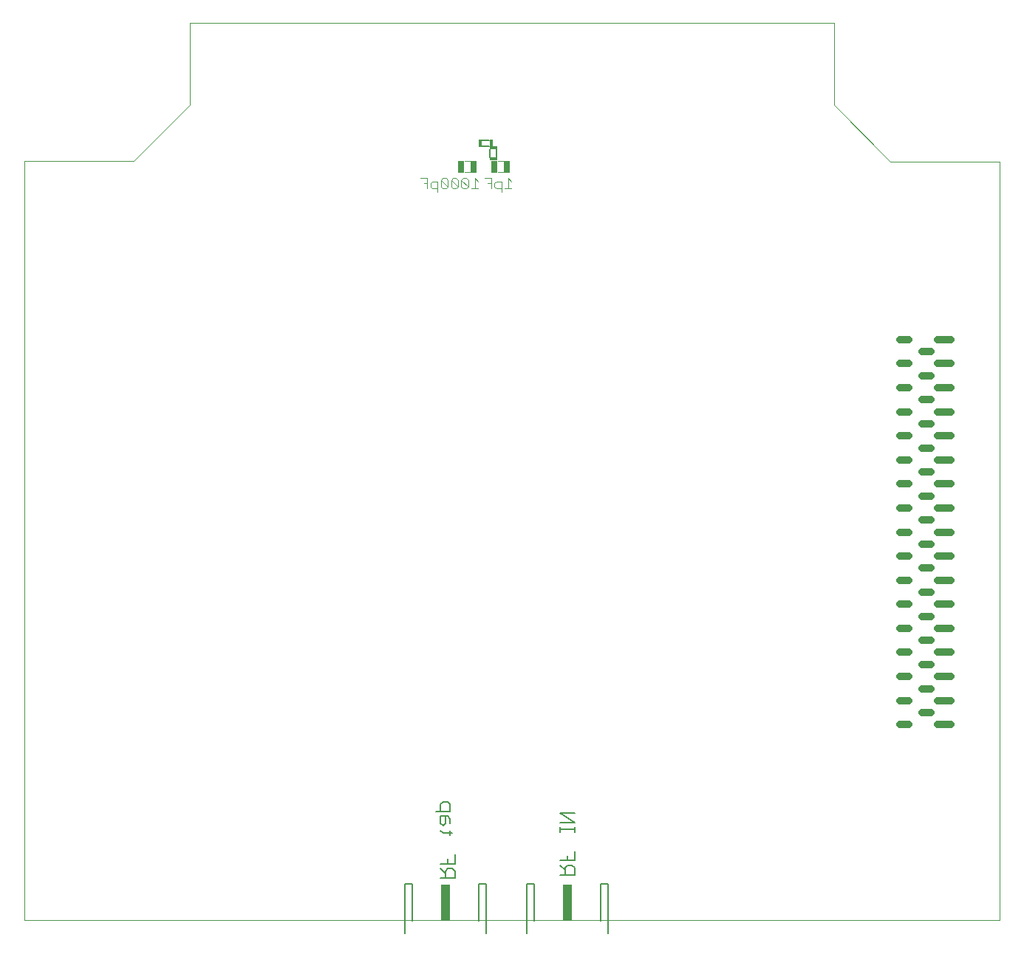
<source format=gbo>
G75*
%MOIN*%
%OFA0B0*%
%FSLAX24Y24*%
%IPPOS*%
%LPD*%
%AMOC8*
5,1,8,0,0,1.08239X$1,22.5*
%
%ADD10C,0.0000*%
%ADD11C,0.0080*%
%ADD12R,0.0394X0.1604*%
%ADD13C,0.0060*%
%ADD14C,0.0040*%
%ADD15R,0.0295X0.0571*%
%ADD16R,0.0340X0.0160*%
%ADD17R,0.0160X0.0340*%
%ADD18C,0.0320*%
D10*
X004180Y003851D02*
X004180Y038101D01*
X009105Y038101D01*
X011655Y040651D01*
X011655Y044351D01*
X040705Y044351D01*
X040705Y040626D01*
X043255Y038076D01*
X048180Y038076D01*
X048180Y003851D01*
X004180Y003851D01*
X020980Y003851D02*
X025380Y003851D01*
X026480Y003851D02*
X030880Y003851D01*
D11*
X030196Y003811D02*
X030196Y005465D01*
X030511Y005465D01*
X030511Y003240D01*
X027164Y003811D02*
X027164Y005465D01*
X026849Y005465D01*
X026849Y003240D01*
X025011Y003240D02*
X025011Y005465D01*
X024696Y005465D01*
X024696Y003811D01*
X021664Y003811D02*
X021664Y005465D01*
X021349Y005465D01*
X021349Y003240D01*
D12*
X023180Y004643D03*
X028680Y004643D03*
D13*
X028574Y005881D02*
X028574Y006201D01*
X028680Y006308D01*
X028894Y006308D01*
X029001Y006201D01*
X029001Y005881D01*
X028360Y005881D01*
X028574Y006094D02*
X028360Y006308D01*
X028360Y006525D02*
X029001Y006525D01*
X029001Y006952D01*
X028680Y006739D02*
X028680Y006525D01*
X028360Y007814D02*
X028360Y008028D01*
X028360Y007921D02*
X029001Y007921D01*
X029001Y007814D02*
X029001Y008028D01*
X029001Y008244D02*
X028360Y008671D01*
X029001Y008671D01*
X029001Y008244D02*
X028360Y008244D01*
X023601Y006802D02*
X023601Y006375D01*
X022960Y006375D01*
X022960Y006158D02*
X023174Y005944D01*
X023174Y006051D02*
X023174Y005731D01*
X022960Y005731D02*
X023601Y005731D01*
X023601Y006051D01*
X023494Y006158D01*
X023280Y006158D01*
X023174Y006051D01*
X023280Y006375D02*
X023280Y006589D01*
X023387Y007664D02*
X023387Y007878D01*
X023494Y007771D02*
X023067Y007771D01*
X022960Y007878D01*
X023067Y008094D02*
X022960Y008201D01*
X022960Y008521D01*
X023280Y008521D01*
X023387Y008414D01*
X023387Y008201D01*
X023174Y008201D02*
X023174Y008521D01*
X023387Y008739D02*
X022746Y008739D01*
X022960Y008739D02*
X022960Y009059D01*
X023067Y009166D01*
X023280Y009166D01*
X023387Y009059D01*
X023387Y008739D01*
X023174Y008201D02*
X023067Y008094D01*
X025190Y038281D02*
X025190Y038621D01*
X025150Y038760D02*
X024810Y038760D01*
X024810Y039041D02*
X025150Y039041D01*
X025470Y038621D02*
X025470Y038281D01*
D14*
X025530Y038110D02*
X025830Y038110D01*
X025820Y037591D02*
X025530Y037591D01*
X025239Y037331D02*
X024932Y037331D01*
X025086Y037101D02*
X025239Y037101D01*
X025393Y037101D02*
X025393Y036947D01*
X025469Y036871D01*
X025700Y036871D01*
X025853Y036871D02*
X026160Y036871D01*
X026007Y036871D02*
X026007Y037331D01*
X026160Y037178D01*
X025700Y037178D02*
X025469Y037178D01*
X025393Y037101D01*
X025239Y036871D02*
X025239Y037331D01*
X025700Y037178D02*
X025700Y036717D01*
X024660Y036871D02*
X024353Y036871D01*
X024507Y036871D02*
X024507Y037331D01*
X024660Y037178D01*
X024200Y037254D02*
X024123Y037331D01*
X023969Y037331D01*
X023893Y037254D01*
X024200Y036947D01*
X024123Y036871D01*
X023969Y036871D01*
X023893Y036947D01*
X023893Y037254D01*
X023739Y037254D02*
X023662Y037331D01*
X023509Y037331D01*
X023432Y037254D01*
X023739Y036947D01*
X023662Y036871D01*
X023509Y036871D01*
X023432Y036947D01*
X023432Y037254D01*
X023279Y037254D02*
X023202Y037331D01*
X023049Y037331D01*
X022972Y037254D01*
X023279Y036947D01*
X023202Y036871D01*
X023049Y036871D01*
X022972Y036947D01*
X022972Y037254D01*
X022818Y037178D02*
X022588Y037178D01*
X022512Y037101D01*
X022512Y036947D01*
X022588Y036871D01*
X022818Y036871D01*
X022818Y036717D02*
X022818Y037178D01*
X022358Y037101D02*
X022205Y037101D01*
X022358Y037331D02*
X022051Y037331D01*
X022358Y037331D02*
X022358Y036871D01*
X023279Y036947D02*
X023279Y037254D01*
X023739Y037254D02*
X023739Y036947D01*
X024200Y036947D02*
X024200Y037254D01*
X024320Y037591D02*
X024030Y037591D01*
X024030Y038110D02*
X024330Y038110D01*
D15*
X024462Y037851D03*
X023892Y037851D03*
X025392Y037851D03*
X025962Y037851D03*
D16*
X025330Y038201D03*
X025330Y038701D03*
D17*
X025230Y038901D03*
X024730Y038901D03*
D18*
X043680Y030041D02*
X044080Y030041D01*
X044680Y029501D02*
X045080Y029501D01*
X045380Y030041D02*
X045980Y030041D01*
X045980Y028961D02*
X045380Y028961D01*
X045080Y028411D02*
X044680Y028411D01*
X044080Y027871D02*
X043680Y027871D01*
X043680Y028961D02*
X044080Y028961D01*
X045380Y027871D02*
X045980Y027871D01*
X045080Y027331D02*
X044680Y027331D01*
X044080Y026781D02*
X043680Y026781D01*
X044680Y026241D02*
X045080Y026241D01*
X045380Y026781D02*
X045980Y026781D01*
X045980Y025701D02*
X045380Y025701D01*
X045080Y025151D02*
X044680Y025151D01*
X044080Y024611D02*
X043680Y024611D01*
X043680Y025701D02*
X044080Y025701D01*
X045380Y024611D02*
X045980Y024611D01*
X045080Y024071D02*
X044680Y024071D01*
X044080Y023521D02*
X043680Y023521D01*
X043680Y022441D02*
X044080Y022441D01*
X044680Y022981D02*
X045080Y022981D01*
X045370Y022441D02*
X045970Y022441D01*
X045080Y021891D02*
X044680Y021891D01*
X044080Y021351D02*
X043680Y021351D01*
X043680Y020261D02*
X044080Y020261D01*
X044680Y020801D02*
X045080Y020801D01*
X045380Y020261D02*
X045980Y020261D01*
X045080Y019721D02*
X044680Y019721D01*
X044080Y019181D02*
X043680Y019181D01*
X043680Y018091D02*
X044080Y018091D01*
X044680Y018631D02*
X045080Y018631D01*
X045380Y018091D02*
X045980Y018091D01*
X045080Y017541D02*
X044680Y017541D01*
X044080Y017001D02*
X043680Y017001D01*
X044680Y016461D02*
X045080Y016461D01*
X045380Y015921D02*
X045980Y015921D01*
X045080Y015371D02*
X044680Y015371D01*
X044080Y014831D02*
X043680Y014831D01*
X043680Y015921D02*
X044080Y015921D01*
X045380Y014831D02*
X045980Y014831D01*
X045080Y014281D02*
X044680Y014281D01*
X044080Y013741D02*
X043680Y013741D01*
X043680Y012661D02*
X044080Y012661D01*
X044680Y013201D02*
X045080Y013201D01*
X045380Y013741D02*
X045980Y013741D01*
X045980Y012661D02*
X045380Y012661D01*
X045380Y017001D02*
X045980Y017001D01*
X045980Y019181D02*
X045380Y019181D01*
X045380Y021351D02*
X045980Y021351D01*
X045980Y023521D02*
X045380Y023521D01*
M02*

</source>
